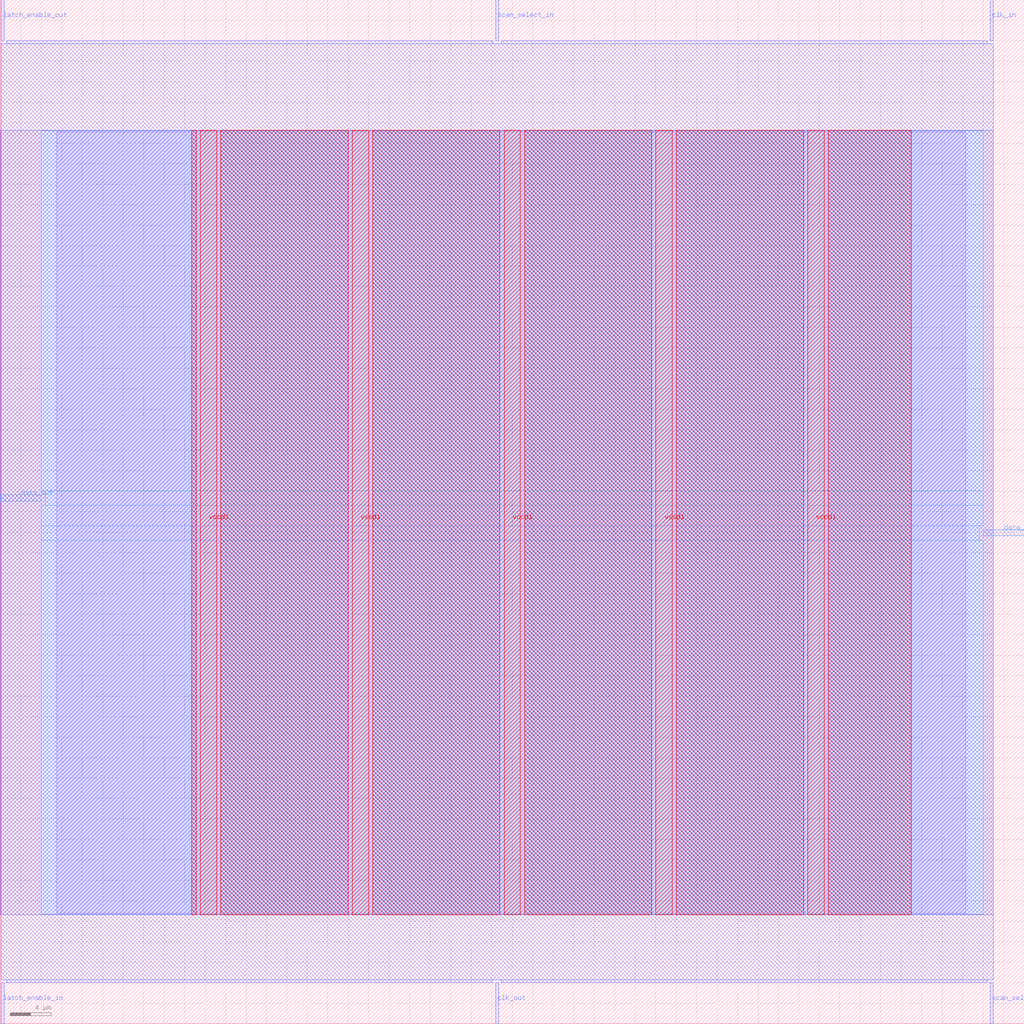
<source format=lef>
VERSION 5.7 ;
  NOWIREEXTENSIONATPIN ON ;
  DIVIDERCHAR "/" ;
  BUSBITCHARS "[]" ;
MACRO scan_wrapper_341271902949474898
  CLASS BLOCK ;
  FOREIGN scan_wrapper_341271902949474898 ;
  ORIGIN 0.000 0.000 ;
  SIZE 100.000 BY 100.000 ;
  PIN clk_in
    DIRECTION INPUT ;
    USE SIGNAL ;
    PORT
      LAYER met2 ;
        RECT 96.690 96.000 96.970 100.000 ;
    END
  END clk_in
  PIN clk_out
    DIRECTION OUTPUT TRISTATE ;
    USE SIGNAL ;
    PORT
      LAYER met2 ;
        RECT 48.390 0.000 48.670 4.000 ;
    END
  END clk_out
  PIN data_in
    DIRECTION INPUT ;
    USE SIGNAL ;
    PORT
      LAYER met3 ;
        RECT 96.000 47.640 100.000 48.240 ;
    END
  END data_in
  PIN data_out
    DIRECTION OUTPUT TRISTATE ;
    USE SIGNAL ;
    PORT
      LAYER met3 ;
        RECT 0.000 51.040 4.000 51.640 ;
    END
  END data_out
  PIN latch_enable_in
    DIRECTION INPUT ;
    USE SIGNAL ;
    PORT
      LAYER met2 ;
        RECT 0.090 0.000 0.370 4.000 ;
    END
  END latch_enable_in
  PIN latch_enable_out
    DIRECTION OUTPUT TRISTATE ;
    USE SIGNAL ;
    PORT
      LAYER met2 ;
        RECT 0.090 96.000 0.370 100.000 ;
    END
  END latch_enable_out
  PIN scan_select_in
    DIRECTION INPUT ;
    USE SIGNAL ;
    PORT
      LAYER met2 ;
        RECT 48.390 96.000 48.670 100.000 ;
    END
  END scan_select_in
  PIN scan_select_out
    DIRECTION OUTPUT TRISTATE ;
    USE SIGNAL ;
    PORT
      LAYER met2 ;
        RECT 96.690 0.000 96.970 4.000 ;
    END
  END scan_select_out
  PIN vccd1
    DIRECTION INPUT ;
    USE POWER ;
    PORT
      LAYER met4 ;
        RECT 19.550 10.640 21.150 87.280 ;
    END
    PORT
      LAYER met4 ;
        RECT 49.200 10.640 50.800 87.280 ;
    END
    PORT
      LAYER met4 ;
        RECT 78.855 10.640 80.455 87.280 ;
    END
  END vccd1
  PIN vssd1
    DIRECTION INPUT ;
    USE GROUND ;
    PORT
      LAYER met4 ;
        RECT 34.370 10.640 35.970 87.280 ;
    END
    PORT
      LAYER met4 ;
        RECT 64.025 10.640 65.625 87.280 ;
    END
  END vssd1
  OBS
      LAYER li1 ;
        RECT 5.520 10.795 94.300 87.125 ;
      LAYER met1 ;
        RECT 0.070 10.640 96.990 87.280 ;
      LAYER met2 ;
        RECT 0.650 95.720 48.110 96.000 ;
        RECT 48.950 95.720 96.410 96.000 ;
        RECT 0.100 4.280 96.960 95.720 ;
        RECT 0.650 4.000 48.110 4.280 ;
        RECT 48.950 4.000 96.410 4.280 ;
      LAYER met3 ;
        RECT 4.000 52.040 96.000 87.205 ;
        RECT 4.400 50.640 96.000 52.040 ;
        RECT 4.000 48.640 96.000 50.640 ;
        RECT 4.000 47.240 95.600 48.640 ;
        RECT 4.000 10.715 96.000 47.240 ;
      LAYER met4 ;
        RECT 18.695 10.640 19.150 87.280 ;
        RECT 21.550 10.640 33.970 87.280 ;
        RECT 36.370 10.640 48.800 87.280 ;
        RECT 51.200 10.640 63.625 87.280 ;
        RECT 66.025 10.640 78.455 87.280 ;
        RECT 80.855 10.640 88.945 87.280 ;
  END
END scan_wrapper_341271902949474898
END LIBRARY


</source>
